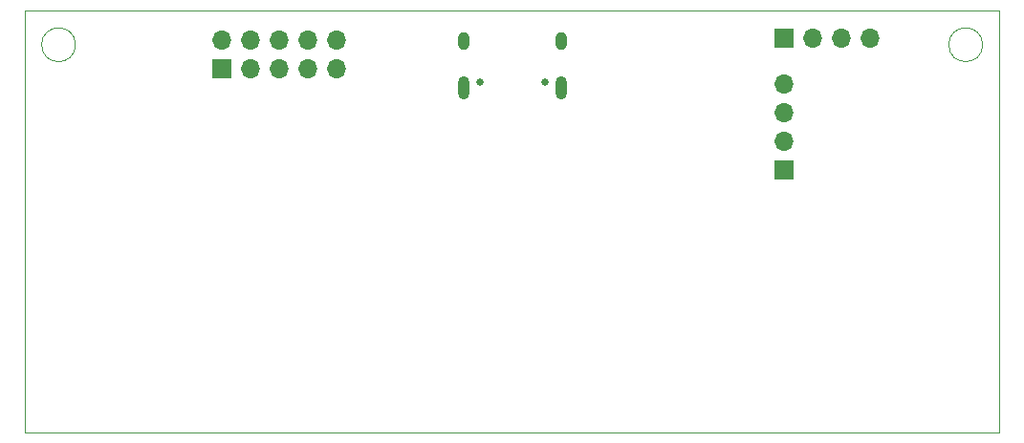
<source format=gbs>
G04 #@! TF.GenerationSoftware,KiCad,Pcbnew,(5.1.12)-1*
G04 #@! TF.CreationDate,2024-01-22T15:17:36+02:00*
G04 #@! TF.ProjectId,CaliperPCB,43616c69-7065-4725-9043-422e6b696361,rev?*
G04 #@! TF.SameCoordinates,Original*
G04 #@! TF.FileFunction,Soldermask,Bot*
G04 #@! TF.FilePolarity,Negative*
%FSLAX46Y46*%
G04 Gerber Fmt 4.6, Leading zero omitted, Abs format (unit mm)*
G04 Created by KiCad (PCBNEW (5.1.12)-1) date 2024-01-22 15:17:36*
%MOMM*%
%LPD*%
G01*
G04 APERTURE LIST*
G04 #@! TA.AperFunction,Profile*
%ADD10C,0.050000*%
G04 #@! TD*
%ADD11R,1.700000X1.700000*%
%ADD12O,1.700000X1.700000*%
%ADD13O,1.000000X1.600000*%
%ADD14C,0.650000*%
%ADD15O,1.000000X2.100000*%
G04 APERTURE END LIST*
D10*
X118170000Y-87000000D02*
G75*
G03*
X118170000Y-87000000I-1500000J0D01*
G01*
X198500000Y-87000000D02*
G75*
G03*
X198500000Y-87000000I-1500000J0D01*
G01*
X200000000Y-121356000D02*
X200000000Y-84000000D01*
X113670000Y-84000000D02*
X200000000Y-84000000D01*
X113670000Y-121356000D02*
X113670000Y-84000000D01*
X200000000Y-121356000D02*
X113670000Y-121356000D01*
D11*
X180940000Y-98140500D03*
D12*
X180940000Y-95600500D03*
X180940000Y-93060500D03*
X180940000Y-90520500D03*
D11*
X180940000Y-86388250D03*
D12*
X183480000Y-86388250D03*
X186020000Y-86388250D03*
X188560000Y-86388250D03*
D13*
X152528000Y-86660000D03*
D14*
X153958000Y-90310000D03*
D13*
X161168000Y-86660000D03*
D14*
X159738000Y-90310000D03*
D15*
X161168000Y-90840000D03*
X152528000Y-90840000D03*
D11*
X131150000Y-89090000D03*
D12*
X131150000Y-86550000D03*
X133690000Y-89090000D03*
X133690000Y-86550000D03*
X136230000Y-89090000D03*
X136230000Y-86550000D03*
X138770000Y-89090000D03*
X138770000Y-86550000D03*
X141310000Y-89090000D03*
X141310000Y-86550000D03*
M02*

</source>
